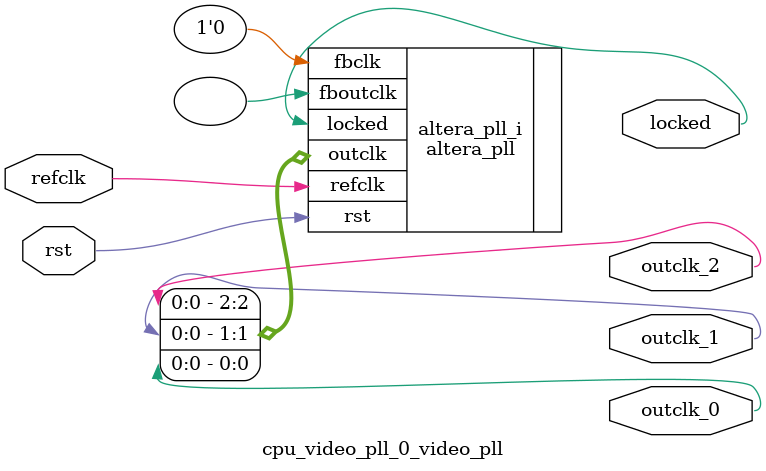
<source format=v>
`timescale 1ns/10ps
module  cpu_video_pll_0_video_pll(

	// interface 'refclk'
	input wire refclk,

	// interface 'reset'
	input wire rst,

	// interface 'outclk0'
	output wire outclk_0,

	// interface 'outclk1'
	output wire outclk_1,

	// interface 'outclk2'
	output wire outclk_2,

	// interface 'locked'
	output wire locked
);

	altera_pll #(
		.fractional_vco_multiplier("false"),
		.reference_clock_frequency("50.0 MHz"),
		.operation_mode("direct"),
		.number_of_clocks(3),
		.output_clock_frequency0("25.000000 MHz"),
		.phase_shift0("0 ps"),
		.duty_cycle0(50),
		.output_clock_frequency1("25.000000 MHz"),
		.phase_shift1("0 ps"),
		.duty_cycle1(50),
		.output_clock_frequency2("33.000000 MHz"),
		.phase_shift2("0 ps"),
		.duty_cycle2(50),
		.output_clock_frequency3("0 MHz"),
		.phase_shift3("0 ps"),
		.duty_cycle3(50),
		.output_clock_frequency4("0 MHz"),
		.phase_shift4("0 ps"),
		.duty_cycle4(50),
		.output_clock_frequency5("0 MHz"),
		.phase_shift5("0 ps"),
		.duty_cycle5(50),
		.output_clock_frequency6("0 MHz"),
		.phase_shift6("0 ps"),
		.duty_cycle6(50),
		.output_clock_frequency7("0 MHz"),
		.phase_shift7("0 ps"),
		.duty_cycle7(50),
		.output_clock_frequency8("0 MHz"),
		.phase_shift8("0 ps"),
		.duty_cycle8(50),
		.output_clock_frequency9("0 MHz"),
		.phase_shift9("0 ps"),
		.duty_cycle9(50),
		.output_clock_frequency10("0 MHz"),
		.phase_shift10("0 ps"),
		.duty_cycle10(50),
		.output_clock_frequency11("0 MHz"),
		.phase_shift11("0 ps"),
		.duty_cycle11(50),
		.output_clock_frequency12("0 MHz"),
		.phase_shift12("0 ps"),
		.duty_cycle12(50),
		.output_clock_frequency13("0 MHz"),
		.phase_shift13("0 ps"),
		.duty_cycle13(50),
		.output_clock_frequency14("0 MHz"),
		.phase_shift14("0 ps"),
		.duty_cycle14(50),
		.output_clock_frequency15("0 MHz"),
		.phase_shift15("0 ps"),
		.duty_cycle15(50),
		.output_clock_frequency16("0 MHz"),
		.phase_shift16("0 ps"),
		.duty_cycle16(50),
		.output_clock_frequency17("0 MHz"),
		.phase_shift17("0 ps"),
		.duty_cycle17(50),
		.pll_type("General"),
		.pll_subtype("General")
	) altera_pll_i (
		.rst	(rst),
		.outclk	({outclk_2, outclk_1, outclk_0}),
		.locked	(locked),
		.fboutclk	( ),
		.fbclk	(1'b0),
		.refclk	(refclk)
	);
endmodule


</source>
